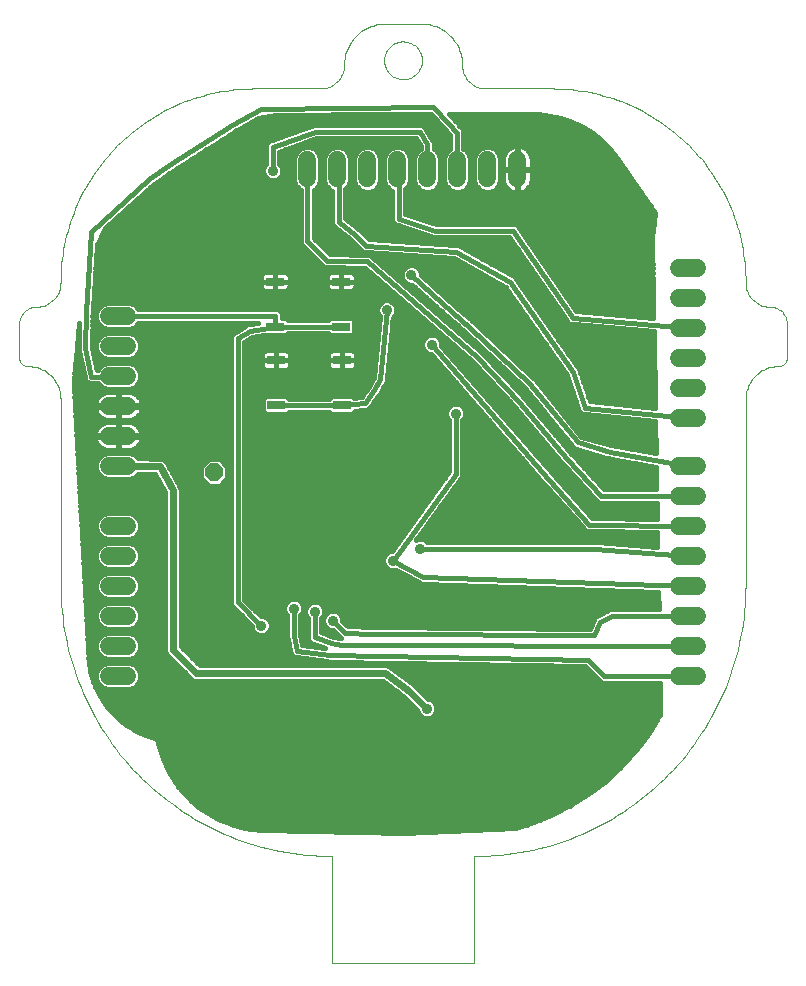
<source format=gbl>
G75*
%MOIN*%
%OFA0B0*%
%FSLAX24Y24*%
%IPPOS*%
%LPD*%
%AMOC8*
5,1,8,0,0,1.08239X$1,22.5*
%
%ADD10C,0.0000*%
%ADD11C,0.0600*%
%ADD12R,0.0600X0.0300*%
%ADD13OC8,0.0600*%
%ADD14C,0.0160*%
%ADD15C,0.0360*%
%ADD16C,0.0240*%
D10*
X010533Y001133D02*
X015257Y001133D01*
X015257Y004677D01*
X010533Y004677D02*
X010533Y001133D01*
X010533Y004677D02*
X010314Y004680D01*
X010096Y004688D01*
X009877Y004701D01*
X009659Y004719D01*
X009442Y004743D01*
X009225Y004772D01*
X009009Y004806D01*
X008793Y004846D01*
X008579Y004890D01*
X008366Y004940D01*
X008154Y004995D01*
X007944Y005055D01*
X007735Y005120D01*
X007528Y005190D01*
X007322Y005265D01*
X007118Y005345D01*
X006917Y005430D01*
X006717Y005520D01*
X006520Y005615D01*
X006325Y005714D01*
X006132Y005818D01*
X005942Y005927D01*
X005755Y006040D01*
X005571Y006158D01*
X005389Y006280D01*
X005211Y006406D01*
X005035Y006537D01*
X004863Y006672D01*
X004694Y006811D01*
X004528Y006954D01*
X004366Y007101D01*
X004208Y007252D01*
X004053Y007407D01*
X003902Y007565D01*
X003755Y007727D01*
X003612Y007893D01*
X003473Y008062D01*
X003338Y008234D01*
X003207Y008410D01*
X003081Y008588D01*
X002959Y008770D01*
X002841Y008954D01*
X002728Y009141D01*
X002619Y009331D01*
X002515Y009524D01*
X002416Y009719D01*
X002321Y009916D01*
X002231Y010116D01*
X002146Y010317D01*
X002066Y010521D01*
X001991Y010727D01*
X001921Y010934D01*
X001856Y011143D01*
X001796Y011353D01*
X001741Y011565D01*
X001691Y011778D01*
X001647Y011992D01*
X001607Y012208D01*
X001573Y012424D01*
X001544Y012641D01*
X001520Y012858D01*
X001502Y013076D01*
X001489Y013295D01*
X001481Y013513D01*
X001478Y013732D01*
X001478Y019916D01*
X001476Y019980D01*
X001471Y020044D01*
X001461Y020107D01*
X001448Y020170D01*
X001432Y020231D01*
X001412Y020292D01*
X001388Y020352D01*
X001361Y020410D01*
X001331Y020466D01*
X001297Y020520D01*
X001260Y020573D01*
X001221Y020623D01*
X001178Y020671D01*
X001133Y020716D01*
X001085Y020759D01*
X001035Y020798D01*
X000982Y020835D01*
X000928Y020869D01*
X000872Y020899D01*
X000814Y020926D01*
X000754Y020950D01*
X000693Y020970D01*
X000632Y020986D01*
X000569Y020999D01*
X000506Y021009D01*
X000442Y021014D01*
X000378Y021016D01*
X000347Y021018D01*
X000316Y021023D01*
X000286Y021032D01*
X000257Y021044D01*
X000230Y021059D01*
X000205Y021077D01*
X000181Y021097D01*
X000161Y021121D01*
X000143Y021146D01*
X000128Y021173D01*
X000116Y021202D01*
X000107Y021232D01*
X000102Y021263D01*
X000100Y021294D01*
X000100Y022427D01*
X000102Y022473D01*
X000108Y022519D01*
X000117Y022564D01*
X000130Y022608D01*
X000147Y022651D01*
X000167Y022692D01*
X000191Y022732D01*
X000217Y022769D01*
X000247Y022804D01*
X000280Y022837D01*
X000315Y022867D01*
X000352Y022893D01*
X000392Y022917D01*
X000433Y022937D01*
X000476Y022954D01*
X000520Y022967D01*
X000565Y022976D01*
X000611Y022982D01*
X000657Y022984D01*
X000713Y022986D01*
X000769Y022992D01*
X000824Y023001D01*
X000879Y023014D01*
X000932Y023031D01*
X000984Y023052D01*
X001035Y023076D01*
X001084Y023104D01*
X001130Y023134D01*
X001175Y023168D01*
X001217Y023205D01*
X001257Y023245D01*
X001294Y023287D01*
X001328Y023332D01*
X001358Y023378D01*
X001386Y023427D01*
X001410Y023478D01*
X001431Y023530D01*
X001448Y023583D01*
X001461Y023638D01*
X001470Y023693D01*
X001476Y023749D01*
X001478Y023805D01*
X001480Y023964D01*
X001486Y024122D01*
X001496Y024280D01*
X001509Y024438D01*
X001527Y024596D01*
X001548Y024753D01*
X001573Y024910D01*
X001602Y025066D01*
X001635Y025221D01*
X001672Y025375D01*
X001712Y025528D01*
X001756Y025681D01*
X001804Y025832D01*
X001856Y025982D01*
X001911Y026131D01*
X001970Y026278D01*
X002032Y026424D01*
X002098Y026568D01*
X002168Y026710D01*
X002241Y026851D01*
X002317Y026990D01*
X002397Y027127D01*
X002481Y027262D01*
X002567Y027395D01*
X002657Y027526D01*
X002750Y027654D01*
X002846Y027781D01*
X002945Y027904D01*
X003047Y028026D01*
X003152Y028145D01*
X003260Y028261D01*
X003371Y028374D01*
X003484Y028485D01*
X003600Y028593D01*
X003719Y028698D01*
X003841Y028800D01*
X003964Y028899D01*
X004091Y028995D01*
X004219Y029088D01*
X004350Y029178D01*
X004483Y029264D01*
X004618Y029348D01*
X004755Y029428D01*
X004894Y029504D01*
X005035Y029577D01*
X005177Y029647D01*
X005321Y029713D01*
X005467Y029775D01*
X005614Y029834D01*
X005763Y029889D01*
X005913Y029941D01*
X006064Y029989D01*
X006217Y030033D01*
X006370Y030073D01*
X006524Y030110D01*
X006679Y030143D01*
X006835Y030172D01*
X006992Y030197D01*
X007149Y030218D01*
X007307Y030236D01*
X007465Y030249D01*
X007623Y030259D01*
X007781Y030265D01*
X007940Y030267D01*
X010125Y030267D01*
X010139Y030268D02*
X010193Y030270D01*
X010246Y030275D01*
X010299Y030284D01*
X010351Y030297D01*
X010403Y030313D01*
X010453Y030333D01*
X010501Y030356D01*
X010548Y030383D01*
X010593Y030412D01*
X010636Y030445D01*
X010676Y030480D01*
X010714Y030518D01*
X010749Y030558D01*
X010782Y030601D01*
X010811Y030646D01*
X010838Y030693D01*
X010861Y030741D01*
X010881Y030791D01*
X010897Y030843D01*
X010910Y030895D01*
X010919Y030948D01*
X010924Y031001D01*
X010926Y031055D01*
X010927Y031055D02*
X010929Y031127D01*
X010935Y031199D01*
X010944Y031271D01*
X010957Y031342D01*
X010974Y031412D01*
X010994Y031481D01*
X011019Y031549D01*
X011046Y031615D01*
X011077Y031681D01*
X011112Y031744D01*
X011149Y031806D01*
X011190Y031865D01*
X011234Y031922D01*
X011281Y031977D01*
X011331Y032029D01*
X011383Y032079D01*
X011438Y032126D01*
X011495Y032170D01*
X011554Y032211D01*
X011616Y032248D01*
X011679Y032283D01*
X011745Y032314D01*
X011811Y032341D01*
X011879Y032366D01*
X011948Y032386D01*
X012018Y032403D01*
X012089Y032416D01*
X012161Y032425D01*
X012233Y032431D01*
X012305Y032433D01*
X013486Y032433D01*
X012265Y031205D02*
X012267Y031255D01*
X012273Y031305D01*
X012283Y031354D01*
X012297Y031402D01*
X012314Y031449D01*
X012335Y031494D01*
X012360Y031538D01*
X012388Y031579D01*
X012420Y031618D01*
X012454Y031655D01*
X012491Y031689D01*
X012531Y031719D01*
X012573Y031746D01*
X012617Y031770D01*
X012663Y031791D01*
X012710Y031807D01*
X012758Y031820D01*
X012808Y031829D01*
X012857Y031834D01*
X012908Y031835D01*
X012958Y031832D01*
X013007Y031825D01*
X013056Y031814D01*
X013104Y031799D01*
X013150Y031781D01*
X013195Y031759D01*
X013238Y031733D01*
X013279Y031704D01*
X013318Y031672D01*
X013354Y031637D01*
X013386Y031599D01*
X013416Y031559D01*
X013443Y031516D01*
X013466Y031472D01*
X013485Y031426D01*
X013501Y031378D01*
X013513Y031329D01*
X013521Y031280D01*
X013525Y031230D01*
X013525Y031180D01*
X013521Y031130D01*
X013513Y031081D01*
X013501Y031032D01*
X013485Y030984D01*
X013466Y030938D01*
X013443Y030894D01*
X013416Y030851D01*
X013386Y030811D01*
X013354Y030773D01*
X013318Y030738D01*
X013279Y030706D01*
X013238Y030677D01*
X013195Y030651D01*
X013150Y030629D01*
X013104Y030611D01*
X013056Y030596D01*
X013007Y030585D01*
X012958Y030578D01*
X012908Y030575D01*
X012857Y030576D01*
X012808Y030581D01*
X012758Y030590D01*
X012710Y030603D01*
X012663Y030619D01*
X012617Y030640D01*
X012573Y030664D01*
X012531Y030691D01*
X012491Y030721D01*
X012454Y030755D01*
X012420Y030792D01*
X012388Y030831D01*
X012360Y030872D01*
X012335Y030916D01*
X012314Y030961D01*
X012297Y031008D01*
X012283Y031056D01*
X012273Y031105D01*
X012267Y031155D01*
X012265Y031205D01*
X013486Y032433D02*
X013558Y032431D01*
X013630Y032425D01*
X013702Y032416D01*
X013773Y032403D01*
X013843Y032386D01*
X013912Y032366D01*
X013980Y032341D01*
X014046Y032314D01*
X014112Y032283D01*
X014175Y032248D01*
X014237Y032211D01*
X014296Y032170D01*
X014353Y032126D01*
X014408Y032079D01*
X014460Y032029D01*
X014510Y031977D01*
X014557Y031922D01*
X014601Y031865D01*
X014642Y031806D01*
X014679Y031744D01*
X014714Y031681D01*
X014745Y031615D01*
X014772Y031549D01*
X014797Y031481D01*
X014817Y031412D01*
X014834Y031342D01*
X014847Y031271D01*
X014856Y031199D01*
X014862Y031127D01*
X014864Y031055D01*
X014866Y031001D01*
X014871Y030948D01*
X014880Y030895D01*
X014893Y030843D01*
X014909Y030791D01*
X014929Y030741D01*
X014952Y030693D01*
X014979Y030646D01*
X015008Y030601D01*
X015041Y030558D01*
X015076Y030518D01*
X015114Y030480D01*
X015154Y030445D01*
X015197Y030412D01*
X015242Y030383D01*
X015289Y030356D01*
X015337Y030333D01*
X015387Y030313D01*
X015439Y030297D01*
X015491Y030284D01*
X015544Y030275D01*
X015597Y030270D01*
X015651Y030268D01*
X015665Y030267D02*
X017850Y030267D01*
X018009Y030265D01*
X018167Y030259D01*
X018325Y030249D01*
X018483Y030236D01*
X018641Y030218D01*
X018798Y030197D01*
X018955Y030172D01*
X019111Y030143D01*
X019266Y030110D01*
X019420Y030073D01*
X019573Y030033D01*
X019726Y029989D01*
X019877Y029941D01*
X020027Y029889D01*
X020176Y029834D01*
X020323Y029775D01*
X020469Y029713D01*
X020613Y029647D01*
X020755Y029577D01*
X020896Y029504D01*
X021035Y029428D01*
X021172Y029348D01*
X021307Y029264D01*
X021440Y029178D01*
X021571Y029088D01*
X021699Y028995D01*
X021826Y028899D01*
X021949Y028800D01*
X022071Y028698D01*
X022190Y028593D01*
X022306Y028485D01*
X022419Y028374D01*
X022530Y028261D01*
X022638Y028145D01*
X022743Y028026D01*
X022845Y027904D01*
X022944Y027781D01*
X023040Y027654D01*
X023133Y027526D01*
X023223Y027395D01*
X023309Y027262D01*
X023393Y027127D01*
X023473Y026990D01*
X023549Y026851D01*
X023622Y026710D01*
X023692Y026568D01*
X023758Y026424D01*
X023820Y026278D01*
X023879Y026131D01*
X023934Y025982D01*
X023986Y025832D01*
X024034Y025681D01*
X024078Y025528D01*
X024118Y025375D01*
X024155Y025221D01*
X024188Y025066D01*
X024217Y024910D01*
X024242Y024753D01*
X024263Y024596D01*
X024281Y024438D01*
X024294Y024280D01*
X024304Y024122D01*
X024310Y023964D01*
X024312Y023805D01*
X024313Y023805D02*
X024315Y023749D01*
X024321Y023693D01*
X024330Y023638D01*
X024343Y023583D01*
X024360Y023530D01*
X024381Y023478D01*
X024405Y023427D01*
X024433Y023378D01*
X024463Y023332D01*
X024497Y023287D01*
X024534Y023245D01*
X024574Y023205D01*
X024616Y023168D01*
X024661Y023134D01*
X024707Y023104D01*
X024756Y023076D01*
X024807Y023052D01*
X024859Y023031D01*
X024912Y023014D01*
X024967Y023001D01*
X025022Y022992D01*
X025078Y022986D01*
X025134Y022984D01*
X025180Y022982D01*
X025226Y022976D01*
X025271Y022967D01*
X025315Y022954D01*
X025358Y022937D01*
X025399Y022917D01*
X025439Y022893D01*
X025476Y022867D01*
X025511Y022837D01*
X025544Y022804D01*
X025574Y022769D01*
X025600Y022732D01*
X025624Y022692D01*
X025644Y022651D01*
X025661Y022608D01*
X025674Y022564D01*
X025683Y022519D01*
X025689Y022473D01*
X025691Y022427D01*
X025691Y021294D01*
X025690Y021294D02*
X025688Y021263D01*
X025683Y021232D01*
X025674Y021202D01*
X025662Y021173D01*
X025647Y021146D01*
X025629Y021121D01*
X025609Y021097D01*
X025585Y021077D01*
X025560Y021059D01*
X025533Y021044D01*
X025504Y021032D01*
X025474Y021023D01*
X025443Y021018D01*
X025412Y021016D01*
X025348Y021014D01*
X025284Y021009D01*
X025221Y020999D01*
X025158Y020986D01*
X025097Y020970D01*
X025036Y020950D01*
X024976Y020926D01*
X024918Y020899D01*
X024862Y020869D01*
X024808Y020835D01*
X024755Y020798D01*
X024705Y020759D01*
X024657Y020716D01*
X024612Y020671D01*
X024569Y020623D01*
X024530Y020573D01*
X024493Y020520D01*
X024459Y020466D01*
X024429Y020410D01*
X024402Y020352D01*
X024378Y020292D01*
X024358Y020231D01*
X024342Y020170D01*
X024329Y020107D01*
X024319Y020044D01*
X024314Y019980D01*
X024312Y019916D01*
X024313Y019916D02*
X024313Y013732D01*
X024312Y013732D02*
X024309Y013513D01*
X024301Y013295D01*
X024288Y013076D01*
X024270Y012858D01*
X024246Y012641D01*
X024217Y012424D01*
X024183Y012208D01*
X024143Y011992D01*
X024099Y011778D01*
X024049Y011565D01*
X023994Y011353D01*
X023934Y011143D01*
X023869Y010934D01*
X023799Y010727D01*
X023724Y010521D01*
X023644Y010317D01*
X023559Y010116D01*
X023469Y009916D01*
X023374Y009719D01*
X023275Y009524D01*
X023171Y009331D01*
X023062Y009141D01*
X022949Y008954D01*
X022831Y008770D01*
X022709Y008588D01*
X022583Y008410D01*
X022452Y008234D01*
X022317Y008062D01*
X022178Y007893D01*
X022035Y007727D01*
X021888Y007565D01*
X021737Y007407D01*
X021582Y007252D01*
X021424Y007101D01*
X021262Y006954D01*
X021096Y006811D01*
X020927Y006672D01*
X020755Y006537D01*
X020579Y006406D01*
X020401Y006280D01*
X020219Y006158D01*
X020035Y006040D01*
X019848Y005927D01*
X019658Y005818D01*
X019465Y005714D01*
X019270Y005615D01*
X019073Y005520D01*
X018873Y005430D01*
X018672Y005345D01*
X018468Y005265D01*
X018262Y005190D01*
X018055Y005120D01*
X017846Y005055D01*
X017636Y004995D01*
X017424Y004940D01*
X017211Y004890D01*
X016997Y004846D01*
X016781Y004806D01*
X016565Y004772D01*
X016348Y004743D01*
X016131Y004719D01*
X015913Y004701D01*
X015694Y004688D01*
X015476Y004680D01*
X015257Y004677D01*
D11*
X022103Y010683D02*
X022703Y010683D01*
X022703Y011683D02*
X022103Y011683D01*
X022103Y012683D02*
X022703Y012683D01*
X022703Y013683D02*
X022103Y013683D01*
X022103Y014683D02*
X022703Y014683D01*
X022703Y015683D02*
X022103Y015683D01*
X022103Y016683D02*
X022703Y016683D01*
X022703Y017683D02*
X022103Y017683D01*
X022103Y019283D02*
X022703Y019283D01*
X022703Y020283D02*
X022103Y020283D01*
X022103Y021283D02*
X022703Y021283D01*
X022703Y022283D02*
X022103Y022283D01*
X022103Y023283D02*
X022703Y023283D01*
X022703Y024283D02*
X022103Y024283D01*
X016702Y027271D02*
X016702Y027871D01*
X015702Y027871D02*
X015702Y027271D01*
X014702Y027271D02*
X014702Y027871D01*
X013702Y027871D02*
X013702Y027271D01*
X012702Y027271D02*
X012702Y027871D01*
X011702Y027871D02*
X011702Y027271D01*
X010702Y027271D02*
X010702Y027871D01*
X009702Y027871D02*
X009702Y027271D01*
X003703Y022683D02*
X003103Y022683D01*
X003103Y021683D02*
X003703Y021683D01*
X003703Y020683D02*
X003103Y020683D01*
X003103Y019683D02*
X003703Y019683D01*
X003703Y018683D02*
X003103Y018683D01*
X003103Y017683D02*
X003703Y017683D01*
X003703Y015683D02*
X003103Y015683D01*
X003103Y014683D02*
X003703Y014683D01*
X003703Y013683D02*
X003103Y013683D01*
X003103Y012683D02*
X003703Y012683D01*
X003703Y011683D02*
X003103Y011683D01*
X003103Y010683D02*
X003703Y010683D01*
D12*
X008662Y019713D03*
X008662Y021213D03*
X008632Y022333D03*
X008632Y023833D03*
X010832Y023833D03*
X010832Y022333D03*
X010862Y021213D03*
X010862Y019713D03*
D13*
X006596Y017472D03*
D14*
X005512Y006860D02*
X005777Y006577D01*
X006070Y006325D01*
X006388Y006104D01*
X006728Y005918D01*
X007085Y005770D01*
X007456Y005659D01*
X007837Y005589D01*
X008223Y005558D01*
X012923Y005436D01*
X016652Y005633D01*
X017163Y005770D01*
X017830Y006041D01*
X018469Y006371D01*
X019076Y006757D01*
X019646Y007196D01*
X020175Y007684D01*
X020658Y008217D01*
X021091Y008792D01*
X021471Y009402D01*
X021453Y010463D01*
X019510Y010463D01*
X018959Y011015D01*
X010524Y011162D01*
X010512Y011153D01*
X010435Y011164D01*
X010357Y011165D01*
X010346Y011176D01*
X009358Y011310D01*
X009305Y011300D01*
X009272Y011322D01*
X009232Y011328D01*
X009199Y011371D01*
X009154Y011401D01*
X009146Y011441D01*
X009121Y011473D01*
X009129Y011526D01*
X009049Y011925D01*
X009032Y011942D01*
X009032Y012012D01*
X009018Y012080D01*
X009032Y012100D01*
X009032Y012701D01*
X008980Y012752D01*
X008932Y012870D01*
X008932Y012997D01*
X008980Y013115D01*
X009070Y013205D01*
X009188Y013253D01*
X009315Y013253D01*
X009433Y013205D01*
X009523Y013115D01*
X009572Y012997D01*
X009572Y012870D01*
X009523Y012752D01*
X009472Y012701D01*
X009472Y012055D01*
X009537Y011730D01*
X010285Y011628D01*
X009913Y011763D01*
X009860Y011763D01*
X009831Y011793D01*
X009791Y011808D01*
X009769Y011855D01*
X009732Y011892D01*
X009732Y011935D01*
X009714Y011973D01*
X009732Y012022D01*
X009732Y012601D01*
X009680Y012652D01*
X009632Y012770D01*
X009632Y012897D01*
X009680Y013015D01*
X009770Y013105D01*
X009888Y013153D01*
X010015Y013153D01*
X010133Y013105D01*
X010223Y013015D01*
X010272Y012897D01*
X010272Y012770D01*
X010223Y012652D01*
X010172Y012601D01*
X010172Y012137D01*
X010555Y011998D01*
X010810Y011961D01*
X010792Y011982D01*
X010560Y012213D01*
X010488Y012213D01*
X010370Y012262D01*
X010280Y012352D01*
X010232Y012470D01*
X010232Y012597D01*
X010280Y012715D01*
X010370Y012805D01*
X010488Y012853D01*
X010615Y012853D01*
X010733Y012805D01*
X010823Y012715D01*
X010872Y012597D01*
X010872Y012524D01*
X011047Y012349D01*
X011908Y012303D01*
X019117Y012264D01*
X019245Y012560D01*
X019269Y012636D01*
X019280Y012642D01*
X019286Y012654D01*
X019360Y012684D01*
X019720Y012873D01*
X019761Y012914D01*
X019798Y012914D01*
X019830Y012930D01*
X019885Y012913D01*
X021410Y012907D01*
X021400Y013497D01*
X013579Y013762D01*
X013525Y013747D01*
X013492Y013765D01*
X013453Y013767D01*
X013415Y013807D01*
X012650Y014228D01*
X012615Y014213D01*
X012488Y014213D01*
X012370Y014262D01*
X012280Y014352D01*
X012232Y014470D01*
X012232Y014597D01*
X012280Y014715D01*
X012370Y014805D01*
X012488Y014853D01*
X012512Y014853D01*
X014432Y017505D01*
X014432Y019201D01*
X014380Y019252D01*
X014332Y019370D01*
X014332Y019497D01*
X014380Y019615D01*
X014470Y019705D01*
X014588Y019753D01*
X014715Y019753D01*
X014833Y019705D01*
X014923Y019615D01*
X014972Y019497D01*
X014972Y019370D01*
X014923Y019252D01*
X014872Y019201D01*
X014872Y017451D01*
X014883Y017378D01*
X014872Y017362D01*
X014872Y017342D01*
X014820Y017290D01*
X013326Y015228D01*
X013388Y015253D01*
X013515Y015253D01*
X013633Y015205D01*
X013684Y015153D01*
X019221Y015153D01*
X019228Y015160D01*
X019310Y015153D01*
X019393Y015153D01*
X019400Y015146D01*
X021374Y014987D01*
X021366Y015479D01*
X019185Y015512D01*
X019181Y015509D01*
X019094Y015513D01*
X019007Y015515D01*
X019004Y015518D01*
X018999Y015518D01*
X018941Y015583D01*
X018880Y015646D01*
X018880Y015650D01*
X017647Y017020D01*
X017645Y017020D01*
X017587Y017088D01*
X017527Y017154D01*
X017527Y017156D01*
X013838Y021413D01*
X013788Y021413D01*
X013670Y021462D01*
X013580Y021552D01*
X013532Y021670D01*
X013532Y021797D01*
X013580Y021915D01*
X013670Y022005D01*
X013788Y022053D01*
X013915Y022053D01*
X014033Y022005D01*
X014123Y021915D01*
X014172Y021797D01*
X014172Y021700D01*
X017916Y017379D01*
X019201Y015952D01*
X021358Y015919D01*
X021349Y016463D01*
X019587Y016463D01*
X019583Y016460D01*
X019497Y016463D01*
X019410Y016463D01*
X019407Y016467D01*
X019401Y016467D01*
X019343Y016531D01*
X019282Y016592D01*
X019282Y016598D01*
X018248Y017721D01*
X018242Y017722D01*
X018186Y017788D01*
X018128Y017851D01*
X018128Y017857D01*
X016587Y019687D01*
X015199Y021175D01*
X011617Y024285D01*
X010349Y024313D01*
X010260Y024313D01*
X010258Y024315D01*
X010256Y024315D01*
X010194Y024379D01*
X009482Y025092D01*
X009482Y026886D01*
X009452Y026898D01*
X009329Y027021D01*
X009262Y027183D01*
X009262Y027958D01*
X009329Y028120D01*
X009452Y028244D01*
X009614Y028311D01*
X009789Y028311D01*
X009951Y028244D01*
X010075Y028120D01*
X010142Y027958D01*
X010142Y027183D01*
X010075Y027021D01*
X009951Y026898D01*
X009922Y026886D01*
X009922Y025274D01*
X010445Y024751D01*
X011696Y024724D01*
X011777Y024729D01*
X011786Y024722D01*
X011798Y024721D01*
X011854Y024663D01*
X015437Y021551D01*
X015450Y021550D01*
X015505Y021492D01*
X015565Y021440D01*
X015566Y021426D01*
X016855Y020045D01*
X016861Y020045D01*
X016916Y019979D01*
X016975Y019917D01*
X016974Y019910D01*
X018517Y018079D01*
X019598Y016903D01*
X021341Y016903D01*
X021328Y017653D01*
X019829Y017923D01*
X019816Y017917D01*
X019741Y017939D01*
X019663Y017953D01*
X019655Y017964D01*
X018669Y018257D01*
X018598Y018264D01*
X018584Y018282D01*
X018562Y018288D01*
X018528Y018350D01*
X016940Y020303D01*
X014984Y022131D01*
X014443Y022609D01*
X014442Y022609D01*
X014375Y022669D01*
X014308Y022729D01*
X014307Y022730D01*
X013198Y023733D01*
X013108Y023733D01*
X012990Y023782D01*
X012900Y023872D01*
X012852Y023990D01*
X012852Y024117D01*
X012900Y024235D01*
X012990Y024325D01*
X013108Y024373D01*
X013235Y024373D01*
X013353Y024325D01*
X013443Y024235D01*
X013492Y024117D01*
X013492Y024061D01*
X014668Y022997D01*
X015212Y022516D01*
X015215Y022516D01*
X015280Y022456D01*
X015346Y022398D01*
X015346Y022394D01*
X017198Y020665D01*
X017215Y020663D01*
X017263Y020604D01*
X017318Y020552D01*
X017319Y020535D01*
X018839Y018665D01*
X019842Y018368D01*
X021320Y018102D01*
X021302Y019174D01*
X018976Y019410D01*
X018935Y019396D01*
X018889Y019419D01*
X018839Y019424D01*
X018811Y019458D01*
X018772Y019477D01*
X018756Y019526D01*
X018724Y019565D01*
X018728Y019609D01*
X018353Y020733D01*
X016300Y023666D01*
X014588Y024617D01*
X011644Y024813D01*
X011560Y024813D01*
X011554Y024819D01*
X011546Y024820D01*
X011491Y024883D01*
X011105Y025269D01*
X010674Y025613D01*
X010660Y025613D01*
X010605Y025669D01*
X010543Y025718D01*
X010541Y025732D01*
X010532Y025742D01*
X010532Y025821D01*
X010523Y025900D01*
X010532Y025911D01*
X010532Y026865D01*
X010452Y026898D01*
X010329Y027021D01*
X010262Y027183D01*
X010262Y027958D01*
X010329Y028120D01*
X010452Y028244D01*
X010614Y028311D01*
X010789Y028311D01*
X010951Y028244D01*
X011075Y028120D01*
X011142Y027958D01*
X011142Y027183D01*
X011075Y027021D01*
X010972Y026918D01*
X010972Y025939D01*
X011329Y025653D01*
X011343Y025653D01*
X011399Y025598D01*
X011460Y025548D01*
X011462Y025534D01*
X011749Y025247D01*
X014628Y025055D01*
X014679Y025070D01*
X014715Y025050D01*
X014757Y025047D01*
X014792Y025007D01*
X016526Y024044D01*
X016580Y024034D01*
X016603Y024001D01*
X016638Y023981D01*
X016653Y023929D01*
X018700Y021005D01*
X018731Y020989D01*
X018750Y020933D01*
X018784Y020885D01*
X018778Y020850D01*
X019115Y019838D01*
X021294Y019617D01*
X021250Y022167D01*
X018611Y022407D01*
X018601Y022400D01*
X018522Y022415D01*
X018441Y022422D01*
X018434Y022431D01*
X018422Y022433D01*
X018376Y022500D01*
X018324Y022562D01*
X018325Y022574D01*
X016436Y025313D01*
X014004Y025313D01*
X013968Y025296D01*
X013916Y025313D01*
X013860Y025313D01*
X013833Y025341D01*
X012716Y025713D01*
X012660Y025713D01*
X012633Y025741D01*
X012596Y025753D01*
X012571Y025803D01*
X012532Y025842D01*
X012532Y025881D01*
X012514Y025916D01*
X012532Y025969D01*
X012532Y026865D01*
X012452Y026898D01*
X012329Y027021D01*
X012262Y027183D01*
X012262Y027958D01*
X012329Y028120D01*
X012452Y028244D01*
X012614Y028311D01*
X012789Y028311D01*
X012951Y028244D01*
X013075Y028120D01*
X013142Y027958D01*
X013142Y027183D01*
X013075Y027021D01*
X012972Y026918D01*
X012972Y026092D01*
X013987Y025753D01*
X016483Y025753D01*
X016502Y025766D01*
X016572Y025753D01*
X016643Y025753D01*
X016659Y025737D01*
X016681Y025733D01*
X016721Y025675D01*
X016772Y025624D01*
X016772Y025602D01*
X018674Y022843D01*
X021242Y022610D01*
X021195Y025330D01*
X021301Y026118D01*
X020249Y027628D01*
X020038Y027954D01*
X019792Y028255D01*
X019515Y028528D01*
X019210Y028768D01*
X018880Y028974D01*
X018530Y029142D01*
X018163Y029271D01*
X017785Y029359D01*
X017399Y029405D01*
X014428Y029405D01*
X014491Y029340D01*
X014496Y029339D01*
X014553Y029275D01*
X014613Y029212D01*
X014613Y029207D01*
X014847Y028942D01*
X014907Y028882D01*
X014907Y028874D01*
X014912Y028868D01*
X014907Y028784D01*
X014907Y028262D01*
X014951Y028244D01*
X015075Y028120D01*
X015142Y027958D01*
X015142Y027183D01*
X015075Y027021D01*
X014951Y026898D01*
X014789Y026831D01*
X014614Y026831D01*
X014452Y026898D01*
X014329Y027021D01*
X014262Y027183D01*
X014262Y027958D01*
X014329Y028120D01*
X014452Y028244D01*
X014467Y028250D01*
X014467Y028708D01*
X014229Y028976D01*
X013817Y029405D01*
X012106Y029405D01*
X008820Y029382D01*
X008644Y029374D01*
X008067Y029294D01*
X007321Y028859D01*
X005223Y027525D01*
X004569Y027064D01*
X002974Y025616D01*
X002867Y025424D01*
X002692Y025029D01*
X002544Y022817D01*
X002525Y021645D01*
X002677Y020885D01*
X002711Y020886D01*
X002730Y020933D01*
X002854Y021056D01*
X003016Y021123D01*
X003791Y021123D01*
X003952Y021056D01*
X004076Y020933D01*
X004143Y020771D01*
X004143Y020596D01*
X004076Y020434D01*
X003952Y020310D01*
X003791Y020243D01*
X003016Y020243D01*
X002854Y020310D01*
X002730Y020434D01*
X002725Y020446D01*
X002522Y020441D01*
X002451Y020427D01*
X002434Y020439D01*
X002412Y020439D01*
X002360Y020488D01*
X002300Y020528D01*
X002296Y020550D01*
X002280Y020564D01*
X002278Y020636D01*
X002102Y021519D01*
X002083Y021538D01*
X002084Y021605D01*
X002071Y021672D01*
X002086Y021694D01*
X002098Y022450D01*
X001913Y020490D01*
X002411Y011182D01*
X002466Y010852D01*
X002557Y010530D01*
X002685Y010220D01*
X002845Y009926D01*
X003038Y009652D01*
X003260Y009401D01*
X003509Y009177D01*
X003781Y008982D01*
X004074Y008819D01*
X004382Y008689D01*
X004704Y008594D01*
X004790Y008217D01*
X004916Y007851D01*
X005079Y007500D01*
X005279Y007168D01*
X005512Y006860D01*
X005531Y006839D02*
X019183Y006839D01*
X019389Y006998D02*
X005408Y006998D01*
X005288Y007156D02*
X019595Y007156D01*
X019775Y007315D02*
X005191Y007315D01*
X005095Y007473D02*
X019947Y007473D01*
X020118Y007632D02*
X005018Y007632D01*
X004944Y007790D02*
X020271Y007790D01*
X020415Y007949D02*
X004882Y007949D01*
X004828Y008107D02*
X020558Y008107D01*
X020694Y008266D02*
X004779Y008266D01*
X004743Y008424D02*
X020814Y008424D01*
X020934Y008583D02*
X004706Y008583D01*
X004257Y008741D02*
X021053Y008741D01*
X021158Y008900D02*
X003928Y008900D01*
X003675Y009058D02*
X021257Y009058D01*
X021356Y009217D02*
X003465Y009217D01*
X003289Y009375D02*
X013453Y009375D01*
X013411Y009417D02*
X013501Y009327D01*
X013619Y009278D01*
X013746Y009278D01*
X013864Y009327D01*
X013954Y009417D01*
X014003Y009534D01*
X014003Y009662D01*
X013954Y009779D01*
X013864Y009869D01*
X013746Y009918D01*
X013730Y009918D01*
X013299Y010349D01*
X013289Y010365D01*
X013263Y010385D01*
X013239Y010409D01*
X013222Y010416D01*
X012476Y010976D01*
X012452Y010999D01*
X012435Y011007D01*
X012419Y011018D01*
X012387Y011026D01*
X012356Y011039D01*
X012338Y011039D01*
X012319Y011044D01*
X012286Y011039D01*
X006113Y011039D01*
X005478Y011674D01*
X005478Y016845D01*
X005482Y016860D01*
X005478Y016896D01*
X005478Y016933D01*
X005472Y016947D01*
X005471Y016962D01*
X005453Y016995D01*
X005439Y017029D01*
X005428Y017039D01*
X005016Y017781D01*
X005003Y017814D01*
X004991Y017826D01*
X004983Y017840D01*
X004956Y017862D01*
X004931Y017888D01*
X004915Y017894D01*
X004902Y017905D01*
X004868Y017914D01*
X004836Y017928D01*
X004819Y017928D01*
X004803Y017933D01*
X004768Y017929D01*
X004072Y017936D01*
X003952Y018056D01*
X003791Y018123D01*
X003016Y018123D01*
X002854Y018056D01*
X002730Y017933D01*
X002663Y017771D01*
X002663Y017596D01*
X002730Y017434D01*
X002854Y017310D01*
X003016Y017243D01*
X003791Y017243D01*
X003952Y017310D01*
X004058Y017416D01*
X004627Y017410D01*
X004958Y016814D01*
X004958Y011515D01*
X004998Y011419D01*
X005071Y011346D01*
X005858Y010559D01*
X005954Y010519D01*
X012218Y010519D01*
X012921Y009992D01*
X013363Y009550D01*
X013363Y009534D01*
X003143Y009534D01*
X003010Y009692D02*
X013221Y009692D01*
X013363Y009534D02*
X013411Y009417D01*
X013913Y009375D02*
X021454Y009375D01*
X021469Y009534D02*
X014003Y009534D01*
X013990Y009692D02*
X021466Y009692D01*
X021463Y009851D02*
X013882Y009851D01*
X013639Y010009D02*
X021461Y010009D01*
X021458Y010168D02*
X013480Y010168D01*
X013322Y010326D02*
X021455Y010326D01*
X022403Y010683D02*
X019602Y010683D01*
X019052Y011233D01*
X010452Y011383D01*
X009352Y011533D01*
X009252Y012033D01*
X009252Y012933D01*
X009475Y012704D02*
X009659Y012704D01*
X009632Y012862D02*
X009569Y012862D01*
X009562Y013021D02*
X009687Y013021D01*
X009458Y013179D02*
X021406Y013179D01*
X021408Y013021D02*
X010217Y013021D01*
X010272Y012862D02*
X019700Y012862D01*
X019852Y012693D02*
X022403Y012683D01*
X022403Y011683D02*
X010852Y011733D01*
X010502Y011783D01*
X009952Y011983D01*
X009952Y012833D01*
X010244Y012704D02*
X010276Y012704D01*
X010232Y012545D02*
X010172Y012545D01*
X010172Y012387D02*
X010266Y012387D01*
X010172Y012228D02*
X010452Y012228D01*
X010357Y012070D02*
X010704Y012070D01*
X010952Y012133D02*
X010552Y012533D01*
X010827Y012704D02*
X019398Y012704D01*
X019239Y012545D02*
X010872Y012545D01*
X011009Y012387D02*
X019170Y012387D01*
X019452Y012483D02*
X019262Y012043D01*
X011902Y012083D01*
X010952Y012133D01*
X009942Y011753D02*
X009532Y011753D01*
X009500Y011911D02*
X009732Y011911D01*
X009732Y012070D02*
X009472Y012070D01*
X009472Y012228D02*
X009732Y012228D01*
X009732Y012387D02*
X009472Y012387D01*
X009472Y012545D02*
X009732Y012545D01*
X009032Y012545D02*
X008432Y012545D01*
X008442Y012535D02*
X008352Y012625D01*
X008235Y012674D01*
X008162Y012674D01*
X007603Y013232D01*
X007603Y021820D01*
X007858Y021987D01*
X008265Y022052D01*
X008274Y022043D01*
X008990Y022043D01*
X009060Y022113D01*
X010404Y022113D01*
X010474Y022043D01*
X011190Y022043D01*
X011272Y022125D01*
X011272Y022541D01*
X011190Y022623D01*
X010474Y022623D01*
X010404Y022553D01*
X009060Y022553D01*
X008990Y022623D01*
X008852Y022623D01*
X008852Y022774D01*
X008723Y022903D01*
X004088Y022903D01*
X004076Y022933D01*
X003952Y023056D01*
X003791Y023123D01*
X003016Y023123D01*
X002854Y023056D01*
X002730Y022933D01*
X002663Y022771D01*
X002663Y022596D01*
X002730Y022434D01*
X002854Y022310D01*
X003016Y022243D01*
X003791Y022243D01*
X003952Y022310D01*
X004076Y022434D01*
X004088Y022463D01*
X008053Y022463D01*
X007783Y022420D01*
X007733Y022430D01*
X007696Y022406D01*
X007652Y022399D01*
X007623Y022358D01*
X007318Y022160D01*
X007292Y022160D01*
X007244Y022111D01*
X007187Y022074D01*
X007182Y022049D01*
X007163Y022031D01*
X007163Y021963D01*
X007149Y021896D01*
X007163Y021874D01*
X007163Y013050D01*
X007851Y012363D01*
X007851Y012290D01*
X007900Y012173D01*
X007990Y012083D01*
X008107Y012034D01*
X008235Y012034D01*
X008352Y012083D01*
X008442Y012173D01*
X008491Y012290D01*
X008491Y012417D01*
X008442Y012535D01*
X008491Y012387D02*
X009032Y012387D01*
X009032Y012228D02*
X008465Y012228D01*
X008322Y012070D02*
X009020Y012070D01*
X009052Y011911D02*
X005478Y011911D01*
X005478Y011753D02*
X009083Y011753D01*
X009115Y011594D02*
X005558Y011594D01*
X005716Y011436D02*
X009147Y011436D01*
X009601Y011277D02*
X005875Y011277D01*
X006033Y011119D02*
X013000Y011119D01*
X012708Y010802D02*
X019172Y010802D01*
X019013Y010960D02*
X012496Y010960D01*
X012264Y010485D02*
X004097Y010485D01*
X004076Y010434D02*
X004143Y010596D01*
X004143Y010771D01*
X004076Y010933D01*
X003952Y011056D01*
X003791Y011123D01*
X003016Y011123D01*
X002854Y011056D01*
X002730Y010933D01*
X002663Y010771D01*
X002663Y010596D01*
X002730Y010434D01*
X002854Y010310D01*
X003016Y010243D01*
X003791Y010243D01*
X003952Y010310D01*
X004076Y010434D01*
X003968Y010326D02*
X012475Y010326D01*
X012686Y010168D02*
X002713Y010168D01*
X002641Y010326D02*
X002838Y010326D01*
X002709Y010485D02*
X002576Y010485D01*
X002525Y010643D02*
X002663Y010643D01*
X002676Y010802D02*
X002480Y010802D01*
X002448Y010960D02*
X002758Y010960D01*
X003005Y011119D02*
X002421Y011119D01*
X002406Y011277D02*
X002934Y011277D01*
X002854Y011310D02*
X003016Y011243D01*
X003791Y011243D01*
X003952Y011310D01*
X004076Y011434D01*
X004143Y011596D01*
X004143Y011771D01*
X004076Y011933D01*
X003952Y012056D01*
X003791Y012123D01*
X003016Y012123D01*
X002854Y012056D01*
X002730Y011933D01*
X002663Y011771D01*
X002663Y011596D01*
X002730Y011434D01*
X002854Y011310D01*
X002729Y011436D02*
X002397Y011436D01*
X002389Y011594D02*
X002664Y011594D01*
X002663Y011753D02*
X002380Y011753D01*
X002372Y011911D02*
X002721Y011911D01*
X002887Y012070D02*
X002363Y012070D01*
X002355Y012228D02*
X004958Y012228D01*
X004958Y012070D02*
X003920Y012070D01*
X003791Y012243D02*
X003952Y012310D01*
X004076Y012434D01*
X004143Y012596D01*
X004143Y012771D01*
X004076Y012933D01*
X003952Y013056D01*
X003791Y013123D01*
X003016Y013123D01*
X002854Y013056D01*
X002730Y012933D01*
X002663Y012771D01*
X002663Y012596D01*
X002730Y012434D01*
X002854Y012310D01*
X003016Y012243D01*
X003791Y012243D01*
X004029Y012387D02*
X004958Y012387D01*
X004958Y012545D02*
X004122Y012545D01*
X004143Y012704D02*
X004958Y012704D01*
X004958Y012862D02*
X004105Y012862D01*
X003988Y013021D02*
X004958Y013021D01*
X004958Y013179D02*
X002304Y013179D01*
X002312Y013021D02*
X002818Y013021D01*
X002701Y012862D02*
X002321Y012862D01*
X002329Y012704D02*
X002663Y012704D01*
X002684Y012545D02*
X002338Y012545D01*
X002346Y012387D02*
X002777Y012387D01*
X003016Y013243D02*
X003791Y013243D01*
X003952Y013310D01*
X004076Y013434D01*
X004143Y013596D01*
X004143Y013771D01*
X004076Y013933D01*
X003952Y014056D01*
X003791Y014123D01*
X003016Y014123D01*
X002854Y014056D01*
X002730Y013933D01*
X002663Y013771D01*
X002663Y013596D01*
X002730Y013434D01*
X002854Y013310D01*
X003016Y013243D01*
X002826Y013338D02*
X002295Y013338D01*
X002287Y013496D02*
X002704Y013496D01*
X002663Y013655D02*
X002278Y013655D01*
X002270Y013813D02*
X002681Y013813D01*
X002769Y013972D02*
X002261Y013972D01*
X002253Y014130D02*
X004958Y014130D01*
X004958Y013972D02*
X004037Y013972D01*
X004126Y013813D02*
X004958Y013813D01*
X004958Y013655D02*
X004143Y013655D01*
X004102Y013496D02*
X004958Y013496D01*
X004958Y013338D02*
X003980Y013338D01*
X003791Y014243D02*
X003952Y014310D01*
X004076Y014434D01*
X004143Y014596D01*
X004143Y014771D01*
X004076Y014933D01*
X003952Y015056D01*
X003791Y015123D01*
X003016Y015123D01*
X002854Y015056D01*
X002730Y014933D01*
X002663Y014771D01*
X002663Y014596D01*
X002730Y014434D01*
X002854Y014310D01*
X003016Y014243D01*
X003791Y014243D01*
X003901Y014289D02*
X004958Y014289D01*
X004958Y014447D02*
X004082Y014447D01*
X004143Y014606D02*
X004958Y014606D01*
X004958Y014764D02*
X004143Y014764D01*
X004080Y014923D02*
X004958Y014923D01*
X004958Y015081D02*
X003892Y015081D01*
X003791Y015243D02*
X003952Y015310D01*
X004076Y015434D01*
X004143Y015596D01*
X004143Y015771D01*
X004076Y015933D01*
X003952Y016056D01*
X003791Y016123D01*
X003016Y016123D01*
X002854Y016056D01*
X002730Y015933D01*
X002663Y015771D01*
X002663Y015596D01*
X002730Y015434D01*
X002854Y015310D01*
X003016Y015243D01*
X003791Y015243D01*
X004040Y015398D02*
X004958Y015398D01*
X004958Y015240D02*
X002194Y015240D01*
X002185Y015398D02*
X002766Y015398D01*
X002679Y015557D02*
X002177Y015557D01*
X002168Y015715D02*
X002663Y015715D01*
X002706Y015874D02*
X002160Y015874D01*
X002151Y016032D02*
X002830Y016032D01*
X002143Y016191D02*
X004958Y016191D01*
X004958Y016349D02*
X002134Y016349D01*
X002126Y016508D02*
X004958Y016508D01*
X004958Y016666D02*
X002117Y016666D01*
X002109Y016825D02*
X004952Y016825D01*
X004864Y016983D02*
X002100Y016983D01*
X002092Y017142D02*
X004776Y017142D01*
X004688Y017300D02*
X003928Y017300D01*
X004253Y017934D02*
X007163Y017934D01*
X007163Y017776D02*
X006914Y017776D01*
X007036Y017654D02*
X006778Y017912D01*
X006414Y017912D01*
X006156Y017654D01*
X006156Y017290D01*
X006414Y017032D01*
X006778Y017032D01*
X007036Y017290D01*
X007036Y017654D01*
X007036Y017617D02*
X007163Y017617D01*
X007163Y017459D02*
X007036Y017459D01*
X007036Y017300D02*
X007163Y017300D01*
X007163Y017142D02*
X006888Y017142D01*
X007163Y016983D02*
X005459Y016983D01*
X005478Y016825D02*
X007163Y016825D01*
X007163Y016666D02*
X005478Y016666D01*
X005478Y016508D02*
X007163Y016508D01*
X007163Y016349D02*
X005478Y016349D01*
X005478Y016191D02*
X007163Y016191D01*
X007163Y016032D02*
X005478Y016032D01*
X005478Y015874D02*
X007163Y015874D01*
X007163Y015715D02*
X005478Y015715D01*
X005478Y015557D02*
X007163Y015557D01*
X007163Y015398D02*
X005478Y015398D01*
X005478Y015240D02*
X007163Y015240D01*
X007163Y015081D02*
X005478Y015081D01*
X005478Y014923D02*
X007163Y014923D01*
X007163Y014764D02*
X005478Y014764D01*
X005478Y014606D02*
X007163Y014606D01*
X007163Y014447D02*
X005478Y014447D01*
X005478Y014289D02*
X007163Y014289D01*
X007163Y014130D02*
X005478Y014130D01*
X005478Y013972D02*
X007163Y013972D01*
X007163Y013813D02*
X005478Y013813D01*
X005478Y013655D02*
X007163Y013655D01*
X007163Y013496D02*
X005478Y013496D01*
X005478Y013338D02*
X007163Y013338D01*
X007163Y013179D02*
X005478Y013179D01*
X005478Y013021D02*
X007193Y013021D01*
X007351Y012862D02*
X005478Y012862D01*
X005478Y012704D02*
X007510Y012704D01*
X007668Y012545D02*
X005478Y012545D01*
X005478Y012387D02*
X007827Y012387D01*
X007876Y012228D02*
X005478Y012228D01*
X005478Y012070D02*
X008020Y012070D01*
X008171Y012354D02*
X007383Y013141D01*
X007383Y021940D01*
X007777Y022196D01*
X008632Y022333D01*
X008632Y022683D01*
X003403Y022683D01*
X003016Y022123D02*
X003791Y022123D01*
X003952Y022056D01*
X004076Y021933D01*
X004143Y021771D01*
X004143Y021596D01*
X004076Y021434D01*
X003952Y021310D01*
X003791Y021243D01*
X003016Y021243D01*
X002854Y021310D01*
X002730Y021434D01*
X002663Y021596D01*
X002663Y021771D01*
X002730Y021933D01*
X002854Y022056D01*
X003016Y022123D01*
X002853Y022055D02*
X002532Y022055D01*
X002529Y021897D02*
X002715Y021897D01*
X002663Y021738D02*
X002527Y021738D01*
X002538Y021580D02*
X002670Y021580D01*
X002743Y021421D02*
X002570Y021421D01*
X002602Y021263D02*
X002968Y021263D01*
X002970Y021104D02*
X002633Y021104D01*
X002665Y020946D02*
X002743Y020946D01*
X002498Y020661D02*
X003403Y020683D01*
X003836Y021104D02*
X007163Y021104D01*
X007163Y020946D02*
X004063Y020946D01*
X004136Y020787D02*
X007163Y020787D01*
X007163Y020629D02*
X004143Y020629D01*
X004091Y020470D02*
X007163Y020470D01*
X007163Y020312D02*
X003954Y020312D01*
X003887Y020128D02*
X003816Y020152D01*
X003741Y020163D01*
X003423Y020163D01*
X003423Y019703D01*
X004183Y019703D01*
X004183Y019721D01*
X004171Y019796D01*
X004148Y019868D01*
X004114Y019935D01*
X004069Y019996D01*
X004016Y020049D01*
X003955Y020094D01*
X003887Y020128D01*
X003804Y020153D02*
X007163Y020153D01*
X007163Y019995D02*
X004070Y019995D01*
X004158Y019836D02*
X007163Y019836D01*
X007163Y019678D02*
X003423Y019678D01*
X003423Y019663D02*
X003423Y019703D01*
X003383Y019703D01*
X003383Y019663D01*
X003423Y019663D01*
X003423Y019203D01*
X003741Y019203D01*
X003816Y019215D01*
X003887Y019238D01*
X003955Y019273D01*
X004016Y019317D01*
X004069Y019371D01*
X004114Y019432D01*
X004148Y019499D01*
X004171Y019571D01*
X004183Y019646D01*
X004183Y019663D01*
X003423Y019663D01*
X003383Y019663D02*
X003383Y019203D01*
X003065Y019203D01*
X002991Y019215D01*
X002919Y019238D01*
X002852Y019273D01*
X002790Y019317D01*
X002737Y019371D01*
X002693Y019432D01*
X002658Y019499D01*
X002635Y019571D01*
X002623Y019646D01*
X002623Y019663D01*
X003383Y019663D01*
X003383Y019678D02*
X001956Y019678D01*
X001948Y019836D02*
X002648Y019836D01*
X002658Y019868D02*
X002635Y019796D01*
X002623Y019721D01*
X002623Y019703D01*
X003383Y019703D01*
X003383Y020163D01*
X003065Y020163D01*
X002991Y020152D01*
X002919Y020128D01*
X002852Y020094D01*
X002790Y020049D01*
X002737Y019996D01*
X002693Y019935D01*
X002658Y019868D01*
X002736Y019995D02*
X001939Y019995D01*
X001931Y020153D02*
X003002Y020153D01*
X002852Y020312D02*
X001922Y020312D01*
X001914Y020470D02*
X002379Y020470D01*
X002278Y020629D02*
X001926Y020629D01*
X001941Y020787D02*
X002248Y020787D01*
X002216Y020946D02*
X001956Y020946D01*
X001971Y021104D02*
X002185Y021104D01*
X002153Y021263D02*
X001986Y021263D01*
X002001Y021421D02*
X002121Y021421D01*
X002084Y021580D02*
X002016Y021580D01*
X002031Y021738D02*
X002087Y021738D01*
X002089Y021897D02*
X002046Y021897D01*
X002061Y022055D02*
X002092Y022055D01*
X002076Y022214D02*
X002094Y022214D01*
X002091Y022372D02*
X002097Y022372D01*
X002537Y022372D02*
X002792Y022372D01*
X002690Y022531D02*
X002540Y022531D01*
X002542Y022689D02*
X002663Y022689D01*
X002695Y022848D02*
X002546Y022848D01*
X002557Y023006D02*
X002804Y023006D01*
X002567Y023165D02*
X012195Y023165D01*
X012170Y023155D02*
X012080Y023065D01*
X012032Y022947D01*
X012032Y022820D01*
X012080Y022702D01*
X012111Y022671D01*
X011927Y020649D01*
X011745Y020321D01*
X011503Y019985D01*
X011258Y019965D01*
X011220Y020003D01*
X010504Y020003D01*
X010434Y019933D01*
X009090Y019933D01*
X009020Y020003D01*
X008304Y020003D01*
X008222Y019921D01*
X008222Y019505D01*
X008304Y019423D01*
X009020Y019423D01*
X009090Y019493D01*
X010434Y019493D01*
X010504Y019423D01*
X011220Y019423D01*
X011302Y019505D01*
X011302Y019527D01*
X011558Y019548D01*
X011567Y019542D01*
X011648Y019555D01*
X011730Y019561D01*
X011736Y019569D01*
X011747Y019571D01*
X011795Y019637D01*
X011848Y019700D01*
X011847Y019710D01*
X012066Y020013D01*
X012080Y020017D01*
X012118Y020085D01*
X012163Y020149D01*
X012161Y020163D01*
X012314Y020441D01*
X012352Y020473D01*
X012356Y020517D01*
X012378Y020557D01*
X012364Y020605D01*
X012549Y022628D01*
X012623Y022702D01*
X012672Y022820D01*
X012672Y022947D01*
X012623Y023065D01*
X012533Y023155D01*
X012415Y023203D01*
X012288Y023203D01*
X012170Y023155D01*
X012056Y023006D02*
X004002Y023006D01*
X004014Y022372D02*
X007633Y022372D01*
X007401Y022214D02*
X002534Y022214D01*
X002305Y021625D02*
X002498Y020661D01*
X002305Y021625D02*
X002324Y022826D01*
X002502Y025484D01*
X004431Y027236D01*
X005100Y027708D01*
X007206Y029047D01*
X008151Y029598D01*
X013899Y029637D01*
X014391Y029125D01*
X014687Y028791D01*
X014687Y027571D01*
X014702Y027571D01*
X015142Y027603D02*
X015262Y027603D01*
X015262Y027761D02*
X015142Y027761D01*
X015142Y027920D02*
X015262Y027920D01*
X015262Y027958D02*
X015329Y028120D01*
X015452Y028244D01*
X015614Y028311D01*
X015789Y028311D01*
X015951Y028244D01*
X016075Y028120D01*
X016142Y027958D01*
X016142Y027183D01*
X016075Y027021D01*
X015951Y026898D01*
X015789Y026831D01*
X015614Y026831D01*
X015452Y026898D01*
X015329Y027021D01*
X015262Y027183D01*
X015262Y027958D01*
X015311Y028078D02*
X015092Y028078D01*
X014958Y028237D02*
X015445Y028237D01*
X015958Y028237D02*
X016389Y028237D01*
X016335Y028183D01*
X016291Y028122D01*
X016257Y028055D01*
X016233Y027983D01*
X016222Y027909D01*
X016222Y027591D01*
X016682Y027591D01*
X016682Y028351D01*
X016664Y028351D01*
X016589Y028339D01*
X016517Y028316D01*
X016450Y028281D01*
X016389Y028237D01*
X016269Y028078D02*
X016092Y028078D01*
X016142Y027920D02*
X016223Y027920D01*
X016222Y027761D02*
X016142Y027761D01*
X016142Y027603D02*
X016222Y027603D01*
X016222Y027551D02*
X016222Y027233D01*
X016233Y027158D01*
X016257Y027086D01*
X016291Y027019D01*
X016335Y026958D01*
X016389Y026905D01*
X016450Y026860D01*
X016517Y026826D01*
X016589Y026803D01*
X016664Y026791D01*
X016682Y026791D01*
X016682Y027551D01*
X016722Y027551D01*
X016722Y027591D01*
X017182Y027591D01*
X017182Y027909D01*
X017170Y027983D01*
X017146Y028055D01*
X017112Y028122D01*
X017068Y028183D01*
X017014Y028237D01*
X019807Y028237D01*
X019936Y028078D02*
X017134Y028078D01*
X017180Y027920D02*
X020060Y027920D01*
X020162Y027761D02*
X017182Y027761D01*
X017182Y027603D02*
X020266Y027603D01*
X020376Y027444D02*
X017182Y027444D01*
X017182Y027551D02*
X016722Y027551D01*
X016722Y026791D01*
X016739Y026791D01*
X016814Y026803D01*
X016886Y026826D01*
X016953Y026860D01*
X017014Y026905D01*
X017068Y026958D01*
X017112Y027019D01*
X017146Y027086D01*
X017170Y027158D01*
X017182Y027233D01*
X017182Y027551D01*
X017182Y027286D02*
X020487Y027286D01*
X020597Y027127D02*
X017160Y027127D01*
X017076Y026969D02*
X020708Y026969D01*
X020818Y026810D02*
X016838Y026810D01*
X016722Y026810D02*
X016682Y026810D01*
X016565Y026810D02*
X012972Y026810D01*
X012972Y026652D02*
X020929Y026652D01*
X021039Y026493D02*
X012972Y026493D01*
X012972Y026335D02*
X021150Y026335D01*
X021260Y026176D02*
X012972Y026176D01*
X013194Y026018D02*
X021288Y026018D01*
X021266Y025859D02*
X013669Y025859D01*
X013952Y025533D02*
X016552Y025533D01*
X018552Y022633D01*
X022403Y022283D01*
X021252Y022055D02*
X017965Y022055D01*
X018076Y021897D02*
X021254Y021897D01*
X021257Y021738D02*
X018187Y021738D01*
X018298Y021580D02*
X021260Y021580D01*
X021263Y021421D02*
X018408Y021421D01*
X018519Y021263D02*
X021265Y021263D01*
X021268Y021104D02*
X018630Y021104D01*
X018746Y020946D02*
X021271Y020946D01*
X021274Y020787D02*
X018799Y020787D01*
X018852Y020629D02*
X021276Y020629D01*
X021279Y020470D02*
X018904Y020470D01*
X018957Y020312D02*
X021282Y020312D01*
X021285Y020153D02*
X019010Y020153D01*
X019063Y019995D02*
X021287Y019995D01*
X021290Y019836D02*
X019130Y019836D01*
X018952Y019633D02*
X022403Y019283D01*
X021304Y019044D02*
X018531Y019044D01*
X018402Y019202D02*
X021021Y019202D01*
X021307Y018885D02*
X018660Y018885D01*
X018789Y018727D02*
X021309Y018727D01*
X021312Y018568D02*
X019165Y018568D01*
X018712Y018473D02*
X019792Y018153D01*
X022403Y017683D01*
X022403Y016683D02*
X019502Y016683D01*
X018352Y017933D01*
X016752Y019833D01*
X015352Y021333D01*
X011702Y024503D01*
X010352Y024533D01*
X009702Y025183D01*
X009702Y027571D01*
X009285Y027127D02*
X004659Y027127D01*
X004464Y026969D02*
X009381Y026969D01*
X009482Y026810D02*
X004290Y026810D01*
X004115Y026652D02*
X009482Y026652D01*
X009482Y026493D02*
X003941Y026493D01*
X003766Y026335D02*
X009482Y026335D01*
X009482Y026176D02*
X003591Y026176D01*
X003417Y026018D02*
X009482Y026018D01*
X009482Y025859D02*
X003242Y025859D01*
X003068Y025701D02*
X009482Y025701D01*
X009482Y025542D02*
X002933Y025542D01*
X002849Y025384D02*
X009482Y025384D01*
X009482Y025225D02*
X002779Y025225D01*
X002709Y025067D02*
X009507Y025067D01*
X009665Y024908D02*
X002684Y024908D01*
X002673Y024750D02*
X009824Y024750D01*
X009982Y024591D02*
X002663Y024591D01*
X002652Y024433D02*
X010141Y024433D01*
X010421Y024127D02*
X010388Y024094D01*
X010364Y024053D01*
X010352Y024007D01*
X010352Y023833D01*
X010352Y023660D01*
X010364Y023614D01*
X010388Y023573D01*
X010421Y023539D01*
X010462Y023516D01*
X010508Y023503D01*
X010832Y023503D01*
X010832Y023833D01*
X010832Y023833D01*
X011312Y023833D01*
X011312Y023660D01*
X011299Y023614D01*
X011276Y023573D01*
X011242Y023539D01*
X011201Y023516D01*
X011155Y023503D01*
X010832Y023503D01*
X010832Y023833D01*
X010832Y023833D01*
X011312Y023833D01*
X011312Y024007D01*
X011299Y024053D01*
X011276Y024094D01*
X011242Y024127D01*
X011201Y024151D01*
X011155Y024163D01*
X010832Y024163D01*
X010832Y023833D01*
X010832Y023833D01*
X010352Y023833D01*
X010832Y023833D01*
X010832Y023833D01*
X010832Y024163D01*
X010508Y024163D01*
X010462Y024151D01*
X010421Y024127D01*
X010410Y024116D02*
X009054Y024116D01*
X009042Y024127D02*
X009001Y024151D01*
X008955Y024163D01*
X008632Y024163D01*
X008632Y023833D01*
X008632Y023833D01*
X009112Y023833D01*
X009112Y023660D01*
X009099Y023614D01*
X009076Y023573D01*
X009042Y023539D01*
X009001Y023516D01*
X008955Y023503D01*
X008632Y023503D01*
X008632Y023833D01*
X008632Y023833D01*
X009112Y023833D01*
X009112Y024007D01*
X009099Y024053D01*
X009076Y024094D01*
X009042Y024127D01*
X009112Y023957D02*
X010352Y023957D01*
X010352Y023799D02*
X009112Y023799D01*
X009106Y023640D02*
X010357Y023640D01*
X010832Y023640D02*
X010832Y023640D01*
X010832Y023799D02*
X010832Y023799D01*
X010832Y023957D02*
X010832Y023957D01*
X010832Y024116D02*
X010832Y024116D01*
X011254Y024116D02*
X011812Y024116D01*
X011630Y024274D02*
X002641Y024274D01*
X002631Y024116D02*
X008210Y024116D01*
X008221Y024127D02*
X008188Y024094D01*
X008164Y024053D01*
X008152Y024007D01*
X008152Y023833D01*
X008152Y023660D01*
X008164Y023614D01*
X008188Y023573D01*
X008221Y023539D01*
X008262Y023516D01*
X008308Y023503D01*
X008632Y023503D01*
X008632Y023833D01*
X008632Y023833D01*
X008152Y023833D01*
X008632Y023833D01*
X008632Y023833D01*
X008632Y024163D01*
X008308Y024163D01*
X008262Y024151D01*
X008221Y024127D01*
X008152Y023957D02*
X002620Y023957D01*
X002610Y023799D02*
X008152Y023799D01*
X008157Y023640D02*
X002599Y023640D01*
X002589Y023482D02*
X012542Y023482D01*
X012360Y023640D02*
X011306Y023640D01*
X011312Y023799D02*
X012177Y023799D01*
X011995Y023957D02*
X011312Y023957D01*
X011936Y024591D02*
X014634Y024591D01*
X014652Y024833D02*
X016452Y023833D01*
X018552Y020833D01*
X018952Y019633D01*
X018758Y019519D02*
X018145Y019519D01*
X018273Y019361D02*
X019458Y019361D01*
X018705Y019678D02*
X018016Y019678D01*
X017887Y019836D02*
X018652Y019836D01*
X018599Y019995D02*
X017758Y019995D01*
X017629Y020153D02*
X018546Y020153D01*
X018493Y020312D02*
X017500Y020312D01*
X017371Y020470D02*
X018441Y020470D01*
X018388Y020629D02*
X017242Y020629D01*
X017102Y020453D02*
X018712Y018473D01*
X018686Y018251D02*
X018371Y018251D01*
X018480Y018410D02*
X018238Y018410D01*
X018351Y018568D02*
X018104Y018568D01*
X018222Y018727D02*
X017971Y018727D01*
X018093Y018885D02*
X017837Y018885D01*
X017964Y019044D02*
X017704Y019044D01*
X017835Y019202D02*
X017571Y019202D01*
X017437Y019361D02*
X017706Y019361D01*
X017577Y019519D02*
X017304Y019519D01*
X017170Y019678D02*
X017449Y019678D01*
X017320Y019836D02*
X017037Y019836D01*
X016903Y019995D02*
X017191Y019995D01*
X017062Y020153D02*
X016754Y020153D01*
X016606Y020312D02*
X016931Y020312D01*
X017102Y020453D02*
X015132Y022293D01*
X014522Y022833D01*
X013172Y024053D01*
X013403Y024274D02*
X015205Y024274D01*
X014919Y024433D02*
X012118Y024433D01*
X012301Y024274D02*
X012940Y024274D01*
X012852Y024116D02*
X012483Y024116D01*
X012666Y023957D02*
X012865Y023957D01*
X012848Y023799D02*
X012973Y023799D01*
X013031Y023640D02*
X013300Y023640D01*
X013213Y023482D02*
X013476Y023482D01*
X013396Y023323D02*
X013651Y023323D01*
X013578Y023165D02*
X013827Y023165D01*
X013761Y023006D02*
X014002Y023006D01*
X013943Y022848D02*
X014177Y022848D01*
X014126Y022689D02*
X014352Y022689D01*
X014308Y022531D02*
X014531Y022531D01*
X014491Y022372D02*
X014710Y022372D01*
X014673Y022214D02*
X014889Y022214D01*
X014856Y022055D02*
X015064Y022055D01*
X015038Y021897D02*
X015234Y021897D01*
X015221Y021738D02*
X015403Y021738D01*
X015403Y021580D02*
X015573Y021580D01*
X015570Y021421D02*
X015743Y021421D01*
X015718Y021263D02*
X015913Y021263D01*
X015866Y021104D02*
X016082Y021104D01*
X016014Y020946D02*
X016252Y020946D01*
X016162Y020787D02*
X016422Y020787D01*
X016310Y020629D02*
X016591Y020629D01*
X016458Y020470D02*
X016761Y020470D01*
X016300Y019995D02*
X015649Y019995D01*
X015512Y020153D02*
X016152Y020153D01*
X016004Y020312D02*
X015375Y020312D01*
X015237Y020470D02*
X015856Y020470D01*
X015708Y020629D02*
X015100Y020629D01*
X014963Y020787D02*
X015560Y020787D01*
X015412Y020946D02*
X014825Y020946D01*
X014688Y021104D02*
X015264Y021104D01*
X015097Y021263D02*
X014550Y021263D01*
X014413Y021421D02*
X014915Y021421D01*
X014732Y021580D02*
X014276Y021580D01*
X014172Y021738D02*
X014550Y021738D01*
X014367Y021897D02*
X014130Y021897D01*
X014185Y022055D02*
X012497Y022055D01*
X012482Y021897D02*
X013573Y021897D01*
X013532Y021738D02*
X012468Y021738D01*
X012453Y021580D02*
X013569Y021580D01*
X013769Y021421D02*
X012439Y021421D01*
X012425Y021263D02*
X013968Y021263D01*
X014106Y021104D02*
X012410Y021104D01*
X012396Y020946D02*
X014243Y020946D01*
X014380Y020787D02*
X012381Y020787D01*
X012367Y020629D02*
X014518Y020629D01*
X014655Y020470D02*
X012350Y020470D01*
X012243Y020312D02*
X014792Y020312D01*
X014930Y020153D02*
X012163Y020153D01*
X012052Y019995D02*
X015067Y019995D01*
X015204Y019836D02*
X011938Y019836D01*
X011829Y019678D02*
X014444Y019678D01*
X014341Y019519D02*
X011302Y019519D01*
X011622Y019773D02*
X010862Y019713D01*
X008662Y019713D01*
X008295Y019995D02*
X007603Y019995D01*
X007603Y020153D02*
X011624Y020153D01*
X011510Y019995D02*
X011228Y019995D01*
X011622Y019773D02*
X011932Y020203D01*
X012142Y020583D01*
X012352Y022883D01*
X012508Y023165D02*
X012907Y023165D01*
X012725Y023323D02*
X002578Y023323D01*
X003953Y022055D02*
X007183Y022055D01*
X007150Y021897D02*
X004091Y021897D01*
X004143Y021738D02*
X007163Y021738D01*
X007163Y021580D02*
X004137Y021580D01*
X004063Y021421D02*
X007163Y021421D01*
X007163Y021263D02*
X003838Y021263D01*
X003423Y020153D02*
X003383Y020153D01*
X003383Y019995D02*
X003423Y019995D01*
X003423Y019836D02*
X003383Y019836D01*
X003383Y019519D02*
X003423Y019519D01*
X003423Y019361D02*
X003383Y019361D01*
X003383Y019163D02*
X003065Y019163D01*
X002991Y019152D01*
X002919Y019128D01*
X002852Y019094D01*
X002790Y019049D01*
X002737Y018996D01*
X002693Y018935D01*
X002658Y018868D01*
X002635Y018796D01*
X002623Y018721D01*
X002623Y018703D01*
X003383Y018703D01*
X003383Y018663D01*
X003423Y018663D01*
X003423Y018203D01*
X003741Y018203D01*
X003816Y018215D01*
X003887Y018238D01*
X003955Y018273D01*
X004016Y018317D01*
X004069Y018371D01*
X004114Y018432D01*
X004148Y018499D01*
X004171Y018571D01*
X004183Y018646D01*
X004183Y018663D01*
X003423Y018663D01*
X003423Y018703D01*
X004183Y018703D01*
X004183Y018721D01*
X004171Y018796D01*
X004148Y018868D01*
X004114Y018935D01*
X004069Y018996D01*
X004016Y019049D01*
X003955Y019094D01*
X003887Y019128D01*
X003816Y019152D01*
X003741Y019163D01*
X003423Y019163D01*
X003423Y018703D01*
X003383Y018703D01*
X003383Y019163D01*
X003383Y019044D02*
X003423Y019044D01*
X003423Y018885D02*
X003383Y018885D01*
X003383Y018727D02*
X003423Y018727D01*
X003383Y018663D02*
X002623Y018663D01*
X002623Y018646D01*
X002635Y018571D01*
X002658Y018499D01*
X002693Y018432D01*
X002737Y018371D01*
X002790Y018317D01*
X002852Y018273D01*
X002919Y018238D01*
X002991Y018215D01*
X003065Y018203D01*
X003383Y018203D01*
X003383Y018663D01*
X003383Y018568D02*
X003423Y018568D01*
X003423Y018410D02*
X003383Y018410D01*
X003383Y018251D02*
X003423Y018251D01*
X003864Y018093D02*
X007163Y018093D01*
X007163Y018251D02*
X003913Y018251D01*
X004098Y018410D02*
X007163Y018410D01*
X007163Y018568D02*
X004170Y018568D01*
X004182Y018727D02*
X007163Y018727D01*
X007163Y018885D02*
X004139Y018885D01*
X004021Y019044D02*
X007163Y019044D01*
X007163Y019202D02*
X001981Y019202D01*
X001990Y019044D02*
X002785Y019044D01*
X002667Y018885D02*
X001998Y018885D01*
X002007Y018727D02*
X002624Y018727D01*
X002636Y018568D02*
X002015Y018568D01*
X002024Y018410D02*
X002709Y018410D01*
X002894Y018251D02*
X002032Y018251D01*
X002041Y018093D02*
X002942Y018093D01*
X002732Y017934D02*
X002049Y017934D01*
X002058Y017776D02*
X002665Y017776D01*
X002663Y017617D02*
X002066Y017617D01*
X002075Y017459D02*
X002720Y017459D01*
X002878Y017300D02*
X002083Y017300D01*
X001973Y019361D02*
X002747Y019361D01*
X002652Y019519D02*
X001965Y019519D01*
X004059Y019361D02*
X007163Y019361D01*
X007163Y019519D02*
X004155Y019519D01*
X005019Y017776D02*
X006278Y017776D01*
X006156Y017617D02*
X005107Y017617D01*
X005195Y017459D02*
X006156Y017459D01*
X006156Y017300D02*
X005283Y017300D01*
X005371Y017142D02*
X006304Y017142D01*
X007603Y017142D02*
X014169Y017142D01*
X014284Y017300D02*
X007603Y017300D01*
X007603Y017459D02*
X014398Y017459D01*
X014432Y017617D02*
X007603Y017617D01*
X007603Y017776D02*
X014432Y017776D01*
X014432Y017934D02*
X007603Y017934D01*
X007603Y018093D02*
X014432Y018093D01*
X014432Y018251D02*
X007603Y018251D01*
X007603Y018410D02*
X014432Y018410D01*
X014432Y018568D02*
X007603Y018568D01*
X007603Y018727D02*
X014432Y018727D01*
X014432Y018885D02*
X007603Y018885D01*
X007603Y019044D02*
X014432Y019044D01*
X014430Y019202D02*
X007603Y019202D01*
X007603Y019361D02*
X014335Y019361D01*
X014652Y019433D02*
X014652Y017433D01*
X012552Y014533D01*
X013552Y013983D01*
X022403Y013683D01*
X022403Y014683D02*
X019302Y014933D01*
X013452Y014933D01*
X013548Y015240D02*
X021370Y015240D01*
X021367Y015398D02*
X013450Y015398D01*
X013355Y015240D02*
X013335Y015240D01*
X013564Y015557D02*
X018964Y015557D01*
X018822Y015715D02*
X013679Y015715D01*
X013794Y015874D02*
X018679Y015874D01*
X018536Y016032D02*
X013909Y016032D01*
X014023Y016191D02*
X018394Y016191D01*
X018251Y016349D02*
X014138Y016349D01*
X014253Y016508D02*
X018109Y016508D01*
X017966Y016666D02*
X014368Y016666D01*
X014483Y016825D02*
X017823Y016825D01*
X017681Y016983D02*
X014597Y016983D01*
X014712Y017142D02*
X017538Y017142D01*
X017402Y017300D02*
X014830Y017300D01*
X014872Y017459D02*
X017265Y017459D01*
X017128Y017617D02*
X014872Y017617D01*
X014872Y017776D02*
X016990Y017776D01*
X016853Y017934D02*
X014872Y017934D01*
X014872Y018093D02*
X016716Y018093D01*
X016578Y018251D02*
X014872Y018251D01*
X014872Y018410D02*
X016441Y018410D01*
X016303Y018568D02*
X014872Y018568D01*
X014872Y018727D02*
X016166Y018727D01*
X016029Y018885D02*
X014872Y018885D01*
X014872Y019044D02*
X015891Y019044D01*
X015754Y019202D02*
X014873Y019202D01*
X014968Y019361D02*
X015617Y019361D01*
X015479Y019519D02*
X014962Y019519D01*
X014860Y019678D02*
X015342Y019678D01*
X015787Y019836D02*
X016448Y019836D01*
X016595Y019678D02*
X015924Y019678D01*
X016061Y019519D02*
X016728Y019519D01*
X016862Y019361D02*
X016199Y019361D01*
X016336Y019202D02*
X016995Y019202D01*
X017129Y019044D02*
X016474Y019044D01*
X016611Y018885D02*
X017262Y018885D01*
X017396Y018727D02*
X016748Y018727D01*
X016886Y018568D02*
X017529Y018568D01*
X017663Y018410D02*
X017023Y018410D01*
X017160Y018251D02*
X017796Y018251D01*
X017930Y018093D02*
X017298Y018093D01*
X017435Y017934D02*
X018063Y017934D01*
X018197Y017776D02*
X017573Y017776D01*
X017710Y017617D02*
X018343Y017617D01*
X018489Y017459D02*
X017847Y017459D01*
X017987Y017300D02*
X018635Y017300D01*
X018781Y017142D02*
X018130Y017142D01*
X018273Y016983D02*
X018927Y016983D01*
X019072Y016825D02*
X018415Y016825D01*
X018558Y016666D02*
X019218Y016666D01*
X019364Y016508D02*
X018700Y016508D01*
X018843Y016349D02*
X021351Y016349D01*
X021353Y016191D02*
X018986Y016191D01*
X019128Y016032D02*
X021356Y016032D01*
X021373Y015081D02*
X020203Y015081D01*
X019102Y015733D02*
X022403Y015683D01*
X021340Y016983D02*
X019524Y016983D01*
X019379Y017142D02*
X021337Y017142D01*
X021334Y017300D02*
X019233Y017300D01*
X019087Y017459D02*
X021331Y017459D01*
X021329Y017617D02*
X018941Y017617D01*
X018795Y017776D02*
X020647Y017776D01*
X020489Y018251D02*
X021318Y018251D01*
X021315Y018410D02*
X019700Y018410D01*
X019756Y017934D02*
X018650Y017934D01*
X018505Y018093D02*
X019221Y018093D01*
X017752Y017233D02*
X019102Y015733D01*
X017752Y017233D02*
X013852Y021733D01*
X014002Y022214D02*
X012511Y022214D01*
X012526Y022372D02*
X013820Y022372D01*
X013637Y022531D02*
X012540Y022531D01*
X012610Y022689D02*
X013455Y022689D01*
X013272Y022848D02*
X012672Y022848D01*
X012647Y023006D02*
X013090Y023006D01*
X013781Y023799D02*
X016061Y023799D01*
X016318Y023640D02*
X013957Y023640D01*
X014132Y023482D02*
X016429Y023482D01*
X016540Y023323D02*
X014307Y023323D01*
X014483Y023165D02*
X016651Y023165D01*
X016762Y023006D02*
X014658Y023006D01*
X014837Y022848D02*
X016873Y022848D01*
X016984Y022689D02*
X015016Y022689D01*
X015195Y022531D02*
X017095Y022531D01*
X017206Y022372D02*
X015369Y022372D01*
X015539Y022214D02*
X017317Y022214D01*
X017428Y022055D02*
X015709Y022055D01*
X015878Y021897D02*
X017539Y021897D01*
X017650Y021738D02*
X016048Y021738D01*
X016218Y021580D02*
X017760Y021580D01*
X017871Y021421D02*
X016387Y021421D01*
X016557Y021263D02*
X017982Y021263D01*
X018093Y021104D02*
X016727Y021104D01*
X016897Y020946D02*
X018204Y020946D01*
X018315Y020787D02*
X017066Y020787D01*
X017854Y022214D02*
X020737Y022214D01*
X020366Y022689D02*
X021241Y022689D01*
X021238Y022848D02*
X018671Y022848D01*
X018562Y023006D02*
X021235Y023006D01*
X021232Y023165D02*
X018452Y023165D01*
X018343Y023323D02*
X021230Y023323D01*
X021227Y023482D02*
X018234Y023482D01*
X018124Y023640D02*
X021224Y023640D01*
X021221Y023799D02*
X018015Y023799D01*
X017906Y023957D02*
X021219Y023957D01*
X021216Y024116D02*
X017796Y024116D01*
X017687Y024274D02*
X021213Y024274D01*
X021210Y024433D02*
X017578Y024433D01*
X017468Y024591D02*
X021208Y024591D01*
X021205Y024750D02*
X017359Y024750D01*
X017250Y024908D02*
X021202Y024908D01*
X021199Y025067D02*
X017141Y025067D01*
X017031Y025225D02*
X021197Y025225D01*
X021202Y025384D02*
X016922Y025384D01*
X016813Y025542D02*
X021224Y025542D01*
X021245Y025701D02*
X016703Y025701D01*
X016497Y025225D02*
X012078Y025225D01*
X011652Y025033D02*
X014652Y024833D01*
X014668Y025067D02*
X014456Y025067D01*
X014684Y025067D02*
X016606Y025067D01*
X016715Y024908D02*
X014970Y024908D01*
X015255Y024750D02*
X016825Y024750D01*
X016934Y024591D02*
X015540Y024591D01*
X015825Y024433D02*
X017043Y024433D01*
X017153Y024274D02*
X016111Y024274D01*
X016396Y024116D02*
X017262Y024116D01*
X017371Y023957D02*
X016645Y023957D01*
X016744Y023799D02*
X017481Y023799D01*
X017590Y023640D02*
X016855Y023640D01*
X016966Y023482D02*
X017699Y023482D01*
X017808Y023323D02*
X017077Y023323D01*
X017188Y023165D02*
X017918Y023165D01*
X018027Y023006D02*
X017299Y023006D01*
X017410Y022848D02*
X018136Y022848D01*
X018246Y022689D02*
X017521Y022689D01*
X017632Y022531D02*
X018351Y022531D01*
X017743Y022372D02*
X018992Y022372D01*
X020693Y019678D02*
X021293Y019678D01*
X021400Y013496D02*
X007603Y013496D01*
X007603Y013338D02*
X021403Y013338D01*
X019852Y012693D02*
X019452Y012483D01*
X019330Y010643D02*
X012919Y010643D01*
X013130Y010485D02*
X019489Y010485D01*
X018342Y010653D02*
X018352Y008033D01*
X016852Y008033D01*
X018147Y006205D02*
X006242Y006205D01*
X006025Y006364D02*
X018454Y006364D01*
X018706Y006522D02*
X005841Y006522D01*
X005680Y006681D02*
X018956Y006681D01*
X017840Y006047D02*
X006493Y006047D01*
X006800Y005888D02*
X017455Y005888D01*
X017014Y005730D02*
X007218Y005730D01*
X008058Y005571D02*
X015477Y005571D01*
X013062Y009851D02*
X002898Y009851D01*
X002800Y010009D02*
X012898Y010009D01*
X013404Y013813D02*
X007603Y013813D01*
X007603Y013655D02*
X016749Y013655D01*
X013939Y016825D02*
X007603Y016825D01*
X007603Y016983D02*
X014054Y016983D01*
X013825Y016666D02*
X007603Y016666D01*
X007603Y016508D02*
X013710Y016508D01*
X013595Y016349D02*
X007603Y016349D01*
X007603Y016191D02*
X013480Y016191D01*
X013365Y016032D02*
X007603Y016032D01*
X007603Y015874D02*
X013251Y015874D01*
X013136Y015715D02*
X007603Y015715D01*
X007603Y015557D02*
X013021Y015557D01*
X012906Y015398D02*
X007603Y015398D01*
X007603Y015240D02*
X012792Y015240D01*
X012677Y015081D02*
X007603Y015081D01*
X007603Y014923D02*
X012562Y014923D01*
X012330Y014764D02*
X007603Y014764D01*
X007603Y014606D02*
X012235Y014606D01*
X012241Y014447D02*
X007603Y014447D01*
X007603Y014289D02*
X012344Y014289D01*
X012828Y014130D02*
X007603Y014130D01*
X007603Y013972D02*
X013116Y013972D01*
X009045Y013179D02*
X007656Y013179D01*
X007815Y013021D02*
X008941Y013021D01*
X008935Y012862D02*
X007973Y012862D01*
X008132Y012704D02*
X009029Y012704D01*
X005773Y010643D02*
X004143Y010643D01*
X004130Y010802D02*
X005615Y010802D01*
X005456Y010960D02*
X004048Y010960D01*
X003801Y011119D02*
X005298Y011119D01*
X005139Y011277D02*
X003873Y011277D01*
X004077Y011436D02*
X004991Y011436D01*
X004958Y011594D02*
X004143Y011594D01*
X004143Y011753D02*
X004958Y011753D01*
X004958Y011911D02*
X004085Y011911D01*
X002906Y014289D02*
X002244Y014289D01*
X002236Y014447D02*
X002725Y014447D01*
X002663Y014606D02*
X002227Y014606D01*
X002219Y014764D02*
X002663Y014764D01*
X002726Y014923D02*
X002211Y014923D01*
X002202Y015081D02*
X002914Y015081D01*
X003976Y016032D02*
X004958Y016032D01*
X004958Y015874D02*
X004100Y015874D01*
X004143Y015715D02*
X004958Y015715D01*
X004958Y015557D02*
X004127Y015557D01*
X007603Y019519D02*
X008222Y019519D01*
X008222Y019678D02*
X007603Y019678D01*
X007603Y019836D02*
X008222Y019836D01*
X007603Y020312D02*
X011739Y020312D01*
X011828Y020470D02*
X007603Y020470D01*
X007603Y020629D02*
X011915Y020629D01*
X011939Y020787D02*
X007603Y020787D01*
X007603Y020946D02*
X008224Y020946D01*
X008218Y020953D02*
X008251Y020919D01*
X008292Y020896D01*
X008338Y020883D01*
X008662Y020883D01*
X008985Y020883D01*
X009031Y020896D01*
X009072Y020919D01*
X009106Y020953D01*
X009129Y020994D01*
X009142Y021040D01*
X009142Y021213D01*
X008662Y021213D01*
X008662Y021213D01*
X008662Y020883D01*
X008662Y021213D01*
X008662Y021213D01*
X009142Y021213D01*
X009142Y021387D01*
X009129Y021433D01*
X009106Y021474D01*
X009072Y021507D01*
X009031Y021531D01*
X008985Y021543D01*
X008662Y021543D01*
X008662Y021213D01*
X008662Y021213D01*
X008182Y021213D01*
X008182Y021040D01*
X008194Y020994D01*
X008218Y020953D01*
X008182Y021104D02*
X007603Y021104D01*
X007603Y021263D02*
X008182Y021263D01*
X008182Y021213D02*
X008182Y021387D01*
X008194Y021433D01*
X008218Y021474D01*
X008251Y021507D01*
X008292Y021531D01*
X008338Y021543D01*
X008662Y021543D01*
X008662Y021213D01*
X008662Y021213D01*
X008182Y021213D01*
X008191Y021421D02*
X007603Y021421D01*
X007603Y021580D02*
X012012Y021580D01*
X012026Y021738D02*
X007603Y021738D01*
X007721Y021897D02*
X012041Y021897D01*
X012055Y022055D02*
X011202Y022055D01*
X011272Y022214D02*
X012070Y022214D01*
X012084Y022372D02*
X011272Y022372D01*
X011272Y022531D02*
X012098Y022531D01*
X012093Y022689D02*
X008852Y022689D01*
X008778Y022848D02*
X012032Y022848D01*
X011272Y021507D02*
X011231Y021531D01*
X011185Y021543D01*
X010862Y021543D01*
X010862Y021213D01*
X010862Y021213D01*
X011342Y021213D01*
X011342Y021040D01*
X011329Y020994D01*
X011306Y020953D01*
X011272Y020919D01*
X011231Y020896D01*
X011185Y020883D01*
X010862Y020883D01*
X010862Y021213D01*
X010862Y021213D01*
X011342Y021213D01*
X011342Y021387D01*
X011329Y021433D01*
X011306Y021474D01*
X011272Y021507D01*
X011332Y021421D02*
X011997Y021421D01*
X011983Y021263D02*
X011342Y021263D01*
X011342Y021104D02*
X011968Y021104D01*
X011954Y020946D02*
X011299Y020946D01*
X010862Y020946D02*
X010862Y020946D01*
X010862Y020883D02*
X010862Y021213D01*
X010862Y021213D01*
X010382Y021213D01*
X010382Y021040D01*
X010394Y020994D01*
X010418Y020953D01*
X010451Y020919D01*
X010492Y020896D01*
X010538Y020883D01*
X010862Y020883D01*
X010862Y021104D02*
X010862Y021104D01*
X010862Y021213D02*
X010862Y021213D01*
X010862Y021543D01*
X010538Y021543D01*
X010492Y021531D01*
X010451Y021507D01*
X010418Y021474D01*
X010394Y021433D01*
X010382Y021387D01*
X010382Y021213D01*
X010862Y021213D01*
X010862Y021263D02*
X010862Y021263D01*
X010862Y021421D02*
X010862Y021421D01*
X010391Y021421D02*
X009132Y021421D01*
X009142Y021263D02*
X010382Y021263D01*
X010382Y021104D02*
X009142Y021104D01*
X009099Y020946D02*
X010424Y020946D01*
X010495Y019995D02*
X009028Y019995D01*
X008662Y020946D02*
X008662Y020946D01*
X008662Y021104D02*
X008662Y021104D01*
X008662Y021263D02*
X008662Y021263D01*
X008662Y021421D02*
X008662Y021421D01*
X009002Y022055D02*
X010462Y022055D01*
X010832Y022333D02*
X008632Y022333D01*
X008632Y023640D02*
X008632Y023640D01*
X008632Y023799D02*
X008632Y023799D01*
X008632Y023957D02*
X008632Y023957D01*
X008632Y024116D02*
X008632Y024116D01*
X009971Y025225D02*
X011148Y025225D01*
X011307Y025067D02*
X010129Y025067D01*
X010288Y024908D02*
X011465Y024908D01*
X011652Y025033D02*
X011252Y025433D01*
X010752Y025833D01*
X010752Y027571D01*
X010702Y027571D01*
X011142Y027603D02*
X011262Y027603D01*
X011262Y027761D02*
X011142Y027761D01*
X011142Y027920D02*
X011262Y027920D01*
X011262Y027958D02*
X011329Y028120D01*
X011452Y028244D01*
X011614Y028311D01*
X011789Y028311D01*
X011951Y028244D01*
X012075Y028120D01*
X012142Y027958D01*
X012142Y027183D01*
X012075Y027021D01*
X011951Y026898D01*
X011789Y026831D01*
X011614Y026831D01*
X011452Y026898D01*
X011329Y027021D01*
X011262Y027183D01*
X011262Y027958D01*
X011311Y028078D02*
X011092Y028078D01*
X010958Y028237D02*
X011445Y028237D01*
X011958Y028237D02*
X012445Y028237D01*
X012311Y028078D02*
X012092Y028078D01*
X012142Y027920D02*
X012262Y027920D01*
X012262Y027761D02*
X012142Y027761D01*
X012142Y027603D02*
X012262Y027603D01*
X012262Y027444D02*
X012142Y027444D01*
X012142Y027286D02*
X012262Y027286D01*
X012285Y027127D02*
X012118Y027127D01*
X012022Y026969D02*
X012381Y026969D01*
X012532Y026810D02*
X010972Y026810D01*
X010972Y026652D02*
X012532Y026652D01*
X012532Y026493D02*
X010972Y026493D01*
X010972Y026335D02*
X012532Y026335D01*
X012532Y026176D02*
X010972Y026176D01*
X010972Y026018D02*
X012532Y026018D01*
X012532Y025859D02*
X011071Y025859D01*
X011269Y025701D02*
X012753Y025701D01*
X012752Y025933D02*
X013952Y025533D01*
X013704Y025384D02*
X011612Y025384D01*
X011461Y025542D02*
X013229Y025542D01*
X012752Y025933D02*
X012752Y027571D01*
X012702Y027571D01*
X013142Y027603D02*
X013262Y027603D01*
X013262Y027761D02*
X013142Y027761D01*
X013142Y027920D02*
X013262Y027920D01*
X013262Y027958D02*
X013329Y028120D01*
X013452Y028244D01*
X013482Y028256D01*
X013482Y028358D01*
X013330Y028601D01*
X009990Y028601D01*
X008772Y028166D01*
X008772Y027753D01*
X008823Y027702D01*
X008872Y027584D01*
X008872Y027457D01*
X008823Y027339D01*
X008733Y027249D01*
X008615Y027201D01*
X008488Y027201D01*
X008370Y027249D01*
X008280Y027339D01*
X008232Y027457D01*
X008232Y027584D01*
X008280Y027702D01*
X008332Y027753D01*
X008332Y028283D01*
X008314Y028333D01*
X008332Y028370D01*
X008332Y028412D01*
X008369Y028449D01*
X008392Y028497D01*
X008431Y028511D01*
X008460Y028541D01*
X008513Y028541D01*
X009831Y029011D01*
X009860Y029041D01*
X009913Y029041D01*
X009963Y029059D01*
X010001Y029041D01*
X013388Y029041D01*
X013412Y029056D01*
X013477Y029041D01*
X013543Y029041D01*
X013563Y029021D01*
X013590Y029015D01*
X013625Y028959D01*
X013672Y028912D01*
X013672Y028884D01*
X013875Y028559D01*
X013922Y028512D01*
X013922Y028484D01*
X013936Y028460D01*
X013922Y028396D01*
X013922Y028256D01*
X013951Y028244D01*
X014075Y028120D01*
X014142Y027958D01*
X014142Y027183D01*
X014075Y027021D01*
X013951Y026898D01*
X013789Y026831D01*
X013614Y026831D01*
X013452Y026898D01*
X013329Y027021D01*
X013262Y027183D01*
X013262Y027958D01*
X013311Y028078D02*
X013092Y028078D01*
X012958Y028237D02*
X013445Y028237D01*
X013458Y028395D02*
X009415Y028395D01*
X009445Y028237D02*
X008971Y028237D01*
X008772Y028078D02*
X009311Y028078D01*
X009262Y027920D02*
X008772Y027920D01*
X008772Y027761D02*
X009262Y027761D01*
X009262Y027603D02*
X008864Y027603D01*
X008866Y027444D02*
X009262Y027444D01*
X009262Y027286D02*
X008769Y027286D01*
X008552Y027521D02*
X008552Y028321D01*
X009952Y028821D01*
X013452Y028821D01*
X013702Y028421D01*
X013702Y027571D01*
X014142Y027603D02*
X014262Y027603D01*
X014262Y027761D02*
X014142Y027761D01*
X014142Y027920D02*
X014262Y027920D01*
X014311Y028078D02*
X014092Y028078D01*
X013958Y028237D02*
X014445Y028237D01*
X014467Y028395D02*
X013922Y028395D01*
X013880Y028554D02*
X014467Y028554D01*
X014462Y028712D02*
X013779Y028712D01*
X013680Y028871D02*
X014323Y028871D01*
X014179Y029029D02*
X013554Y029029D01*
X013874Y029346D02*
X008443Y029346D01*
X007885Y029188D02*
X014026Y029188D01*
X014484Y029346D02*
X017840Y029346D01*
X018400Y029188D02*
X014630Y029188D01*
X014770Y029029D02*
X018765Y029029D01*
X019046Y028871D02*
X014909Y028871D01*
X014907Y028712D02*
X019281Y028712D01*
X019482Y028554D02*
X014907Y028554D01*
X014907Y028395D02*
X019650Y028395D01*
X017014Y028237D02*
X016953Y028281D01*
X016886Y028316D01*
X016814Y028339D01*
X016739Y028351D01*
X016722Y028351D01*
X016722Y027591D01*
X016682Y027591D01*
X016682Y027551D01*
X016222Y027551D01*
X016222Y027444D02*
X016142Y027444D01*
X016142Y027286D02*
X016222Y027286D01*
X016243Y027127D02*
X016118Y027127D01*
X016022Y026969D02*
X016328Y026969D01*
X016682Y026969D02*
X016722Y026969D01*
X016722Y027127D02*
X016682Y027127D01*
X016682Y027286D02*
X016722Y027286D01*
X016722Y027444D02*
X016682Y027444D01*
X016682Y027603D02*
X016722Y027603D01*
X016722Y027761D02*
X016682Y027761D01*
X016682Y027920D02*
X016722Y027920D01*
X016722Y028078D02*
X016682Y028078D01*
X016682Y028237D02*
X016722Y028237D01*
X015262Y027444D02*
X015142Y027444D01*
X015142Y027286D02*
X015262Y027286D01*
X015285Y027127D02*
X015118Y027127D01*
X015022Y026969D02*
X015381Y026969D01*
X014381Y026969D02*
X014022Y026969D01*
X014118Y027127D02*
X014285Y027127D01*
X014262Y027286D02*
X014142Y027286D01*
X014142Y027444D02*
X014262Y027444D01*
X013262Y027444D02*
X013142Y027444D01*
X013142Y027286D02*
X013262Y027286D01*
X013285Y027127D02*
X013118Y027127D01*
X013022Y026969D02*
X013381Y026969D01*
X013359Y028554D02*
X009858Y028554D01*
X009958Y028237D02*
X010445Y028237D01*
X010311Y028078D02*
X010092Y028078D01*
X010142Y027920D02*
X010262Y027920D01*
X010262Y027761D02*
X010142Y027761D01*
X010142Y027603D02*
X010262Y027603D01*
X010262Y027444D02*
X010142Y027444D01*
X010142Y027286D02*
X010262Y027286D01*
X010285Y027127D02*
X010118Y027127D01*
X010022Y026969D02*
X010381Y026969D01*
X010532Y026810D02*
X009922Y026810D01*
X009922Y026652D02*
X010532Y026652D01*
X010532Y026493D02*
X009922Y026493D01*
X009922Y026335D02*
X010532Y026335D01*
X010532Y026176D02*
X009922Y026176D01*
X009922Y026018D02*
X010532Y026018D01*
X010527Y025859D02*
X009922Y025859D01*
X009922Y025701D02*
X010565Y025701D01*
X010763Y025542D02*
X009922Y025542D01*
X009922Y025384D02*
X010961Y025384D01*
X010510Y024750D02*
X012596Y024750D01*
X013492Y024116D02*
X015490Y024116D01*
X015775Y023957D02*
X013606Y023957D01*
X011381Y026969D02*
X011022Y026969D01*
X011118Y027127D02*
X011285Y027127D01*
X011262Y027286D02*
X011142Y027286D01*
X011142Y027444D02*
X011262Y027444D01*
X009849Y029029D02*
X007613Y029029D01*
X007341Y028871D02*
X009438Y028871D01*
X008994Y028712D02*
X007090Y028712D01*
X006841Y028554D02*
X008550Y028554D01*
X008332Y028395D02*
X006592Y028395D01*
X006342Y028237D02*
X008332Y028237D01*
X008332Y028078D02*
X006093Y028078D01*
X005843Y027920D02*
X008332Y027920D01*
X008332Y027761D02*
X005594Y027761D01*
X005345Y027603D02*
X008239Y027603D01*
X008237Y027444D02*
X005108Y027444D01*
X004883Y027286D02*
X008334Y027286D01*
D15*
X008552Y027521D03*
X011642Y023503D03*
X012352Y022883D03*
X013172Y024053D03*
X013852Y021733D03*
X014652Y019433D03*
X016052Y022733D03*
X011852Y018833D03*
X013452Y014933D03*
X012552Y014533D03*
X013052Y013233D03*
X010552Y012533D03*
X009952Y012833D03*
X009252Y012933D03*
X008171Y012354D03*
X006952Y009733D03*
X010752Y007833D03*
X013683Y009598D03*
X013852Y006233D03*
X016852Y008033D03*
X018342Y010653D03*
X019602Y009683D03*
D16*
X013683Y009598D02*
X013092Y010188D01*
X012305Y010779D01*
X006006Y010779D01*
X005218Y011566D01*
X005218Y016881D01*
X004781Y017669D01*
X003403Y017683D01*
M02*

</source>
